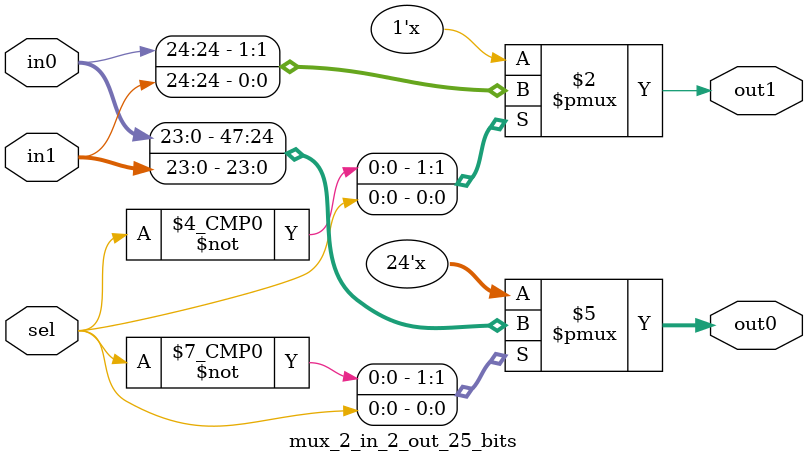
<source format=v>
module mux_2_in_2_out_25_bits (in0 , in1 , sel , out0 , out1);
input [24:0]in0,in1;//{ovf_rnd , Mout}
input sel;
output reg [23:0]out0;//Mout
output reg out1;//ovf_rnd
always@(*)
begin
    case(sel)
        1'b0:
            begin
                out0 = in0[23:0];
                out1 = in0[24];
            end
        1'b1:
            begin
                out0 = in1[23:0];
                out1 = in1[24];
            end
    endcase
end
endmodule
</source>
